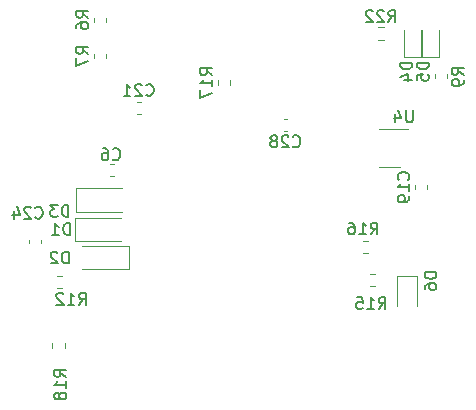
<source format=gbr>
G04 #@! TF.GenerationSoftware,KiCad,Pcbnew,5.1.8-1.fc33*
G04 #@! TF.CreationDate,2021-08-02T18:18:17+02:00*
G04 #@! TF.ProjectId,sense,73656e73-652e-46b6-9963-61645f706362,rev?*
G04 #@! TF.SameCoordinates,Original*
G04 #@! TF.FileFunction,Legend,Bot*
G04 #@! TF.FilePolarity,Positive*
%FSLAX46Y46*%
G04 Gerber Fmt 4.6, Leading zero omitted, Abs format (unit mm)*
G04 Created by KiCad (PCBNEW 5.1.8-1.fc33) date 2021-08-02 18:18:17*
%MOMM*%
%LPD*%
G01*
G04 APERTURE LIST*
%ADD10C,0.120000*%
%ADD11C,0.150000*%
G04 APERTURE END LIST*
D10*
X148887221Y-118590000D02*
X149212779Y-118590000D01*
X148887221Y-117570000D02*
X149212779Y-117570000D01*
X145940000Y-124070000D02*
X145940000Y-122070000D01*
X145940000Y-122070000D02*
X149840000Y-122070000D01*
X145940000Y-124070000D02*
X149840000Y-124070000D01*
X150440000Y-124450000D02*
X146540000Y-124450000D01*
X150440000Y-126450000D02*
X146540000Y-126450000D01*
X150440000Y-124450000D02*
X150440000Y-126450000D01*
X145950000Y-121560000D02*
X145950000Y-119560000D01*
X145950000Y-119560000D02*
X149850000Y-119560000D01*
X145950000Y-121560000D02*
X149850000Y-121560000D01*
X148510000Y-105157221D02*
X148510000Y-105482779D01*
X147490000Y-105157221D02*
X147490000Y-105482779D01*
X147490000Y-108217221D02*
X147490000Y-108542779D01*
X148510000Y-108217221D02*
X148510000Y-108542779D01*
X177370000Y-109957221D02*
X177370000Y-110282779D01*
X176350000Y-109957221D02*
X176350000Y-110282779D01*
X174690000Y-119337221D02*
X174690000Y-119662779D01*
X175710000Y-119337221D02*
X175710000Y-119662779D01*
X176735000Y-106200000D02*
X176735000Y-108485000D01*
X176735000Y-108485000D02*
X175265000Y-108485000D01*
X175265000Y-108485000D02*
X175265000Y-106200000D01*
X151452779Y-112250000D02*
X151127221Y-112250000D01*
X151452779Y-113270000D02*
X151127221Y-113270000D01*
X163570040Y-114749040D02*
X163851200Y-114749040D01*
X163570040Y-113729040D02*
X163851200Y-113729040D01*
X173132380Y-127041780D02*
X174832380Y-127041780D01*
X174832380Y-127041780D02*
X174832380Y-129591780D01*
X173132380Y-127041780D02*
X173132380Y-129591780D01*
X171316418Y-127885720D02*
X170841902Y-127885720D01*
X171316418Y-126840720D02*
X170841902Y-126840720D01*
X170257702Y-125081560D02*
X170732218Y-125081560D01*
X170257702Y-124036560D02*
X170732218Y-124036560D01*
X157973500Y-110415302D02*
X157973500Y-110889818D01*
X159018500Y-110415302D02*
X159018500Y-110889818D01*
X173409180Y-117787060D02*
X171609180Y-117787060D01*
X171609180Y-114567060D02*
X174059180Y-114567060D01*
X144837258Y-128022500D02*
X144362742Y-128022500D01*
X144837258Y-126977500D02*
X144362742Y-126977500D01*
X143977500Y-133137258D02*
X143977500Y-132662742D01*
X145022500Y-133137258D02*
X145022500Y-132662742D01*
X143010000Y-124240580D02*
X143010000Y-123959420D01*
X141990000Y-124240580D02*
X141990000Y-123959420D01*
X175235000Y-106200000D02*
X175235000Y-108485000D01*
X175235000Y-108485000D02*
X173765000Y-108485000D01*
X173765000Y-108485000D02*
X173765000Y-106200000D01*
X172037258Y-105977500D02*
X171562742Y-105977500D01*
X172037258Y-107022500D02*
X171562742Y-107022500D01*
D11*
X149116666Y-117117142D02*
X149164285Y-117164761D01*
X149307142Y-117212380D01*
X149402380Y-117212380D01*
X149545238Y-117164761D01*
X149640476Y-117069523D01*
X149688095Y-116974285D01*
X149735714Y-116783809D01*
X149735714Y-116640952D01*
X149688095Y-116450476D01*
X149640476Y-116355238D01*
X149545238Y-116260000D01*
X149402380Y-116212380D01*
X149307142Y-116212380D01*
X149164285Y-116260000D01*
X149116666Y-116307619D01*
X148259523Y-116212380D02*
X148450000Y-116212380D01*
X148545238Y-116260000D01*
X148592857Y-116307619D01*
X148688095Y-116450476D01*
X148735714Y-116640952D01*
X148735714Y-117021904D01*
X148688095Y-117117142D01*
X148640476Y-117164761D01*
X148545238Y-117212380D01*
X148354761Y-117212380D01*
X148259523Y-117164761D01*
X148211904Y-117117142D01*
X148164285Y-117021904D01*
X148164285Y-116783809D01*
X148211904Y-116688571D01*
X148259523Y-116640952D01*
X148354761Y-116593333D01*
X148545238Y-116593333D01*
X148640476Y-116640952D01*
X148688095Y-116688571D01*
X148735714Y-116783809D01*
X145468095Y-123552380D02*
X145468095Y-122552380D01*
X145230000Y-122552380D01*
X145087142Y-122600000D01*
X144991904Y-122695238D01*
X144944285Y-122790476D01*
X144896666Y-122980952D01*
X144896666Y-123123809D01*
X144944285Y-123314285D01*
X144991904Y-123409523D01*
X145087142Y-123504761D01*
X145230000Y-123552380D01*
X145468095Y-123552380D01*
X143944285Y-123552380D02*
X144515714Y-123552380D01*
X144230000Y-123552380D02*
X144230000Y-122552380D01*
X144325238Y-122695238D01*
X144420476Y-122790476D01*
X144515714Y-122838095D01*
X145368095Y-125952380D02*
X145368095Y-124952380D01*
X145130000Y-124952380D01*
X144987142Y-125000000D01*
X144891904Y-125095238D01*
X144844285Y-125190476D01*
X144796666Y-125380952D01*
X144796666Y-125523809D01*
X144844285Y-125714285D01*
X144891904Y-125809523D01*
X144987142Y-125904761D01*
X145130000Y-125952380D01*
X145368095Y-125952380D01*
X144415714Y-125047619D02*
X144368095Y-125000000D01*
X144272857Y-124952380D01*
X144034761Y-124952380D01*
X143939523Y-125000000D01*
X143891904Y-125047619D01*
X143844285Y-125142857D01*
X143844285Y-125238095D01*
X143891904Y-125380952D01*
X144463333Y-125952380D01*
X143844285Y-125952380D01*
X145348095Y-121992380D02*
X145348095Y-120992380D01*
X145110000Y-120992380D01*
X144967142Y-121040000D01*
X144871904Y-121135238D01*
X144824285Y-121230476D01*
X144776666Y-121420952D01*
X144776666Y-121563809D01*
X144824285Y-121754285D01*
X144871904Y-121849523D01*
X144967142Y-121944761D01*
X145110000Y-121992380D01*
X145348095Y-121992380D01*
X144443333Y-120992380D02*
X143824285Y-120992380D01*
X144157619Y-121373333D01*
X144014761Y-121373333D01*
X143919523Y-121420952D01*
X143871904Y-121468571D01*
X143824285Y-121563809D01*
X143824285Y-121801904D01*
X143871904Y-121897142D01*
X143919523Y-121944761D01*
X144014761Y-121992380D01*
X144300476Y-121992380D01*
X144395714Y-121944761D01*
X144443333Y-121897142D01*
X147022380Y-105153333D02*
X146546190Y-104820000D01*
X147022380Y-104581904D02*
X146022380Y-104581904D01*
X146022380Y-104962857D01*
X146070000Y-105058095D01*
X146117619Y-105105714D01*
X146212857Y-105153333D01*
X146355714Y-105153333D01*
X146450952Y-105105714D01*
X146498571Y-105058095D01*
X146546190Y-104962857D01*
X146546190Y-104581904D01*
X146022380Y-106010476D02*
X146022380Y-105820000D01*
X146070000Y-105724761D01*
X146117619Y-105677142D01*
X146260476Y-105581904D01*
X146450952Y-105534285D01*
X146831904Y-105534285D01*
X146927142Y-105581904D01*
X146974761Y-105629523D01*
X147022380Y-105724761D01*
X147022380Y-105915238D01*
X146974761Y-106010476D01*
X146927142Y-106058095D01*
X146831904Y-106105714D01*
X146593809Y-106105714D01*
X146498571Y-106058095D01*
X146450952Y-106010476D01*
X146403333Y-105915238D01*
X146403333Y-105724761D01*
X146450952Y-105629523D01*
X146498571Y-105581904D01*
X146593809Y-105534285D01*
X147022380Y-108213333D02*
X146546190Y-107880000D01*
X147022380Y-107641904D02*
X146022380Y-107641904D01*
X146022380Y-108022857D01*
X146070000Y-108118095D01*
X146117619Y-108165714D01*
X146212857Y-108213333D01*
X146355714Y-108213333D01*
X146450952Y-108165714D01*
X146498571Y-108118095D01*
X146546190Y-108022857D01*
X146546190Y-107641904D01*
X146022380Y-108546666D02*
X146022380Y-109213333D01*
X147022380Y-108784761D01*
X178812380Y-109983333D02*
X178336190Y-109650000D01*
X178812380Y-109411904D02*
X177812380Y-109411904D01*
X177812380Y-109792857D01*
X177860000Y-109888095D01*
X177907619Y-109935714D01*
X178002857Y-109983333D01*
X178145714Y-109983333D01*
X178240952Y-109935714D01*
X178288571Y-109888095D01*
X178336190Y-109792857D01*
X178336190Y-109411904D01*
X178812380Y-110459523D02*
X178812380Y-110650000D01*
X178764761Y-110745238D01*
X178717142Y-110792857D01*
X178574285Y-110888095D01*
X178383809Y-110935714D01*
X178002857Y-110935714D01*
X177907619Y-110888095D01*
X177860000Y-110840476D01*
X177812380Y-110745238D01*
X177812380Y-110554761D01*
X177860000Y-110459523D01*
X177907619Y-110411904D01*
X178002857Y-110364285D01*
X178240952Y-110364285D01*
X178336190Y-110411904D01*
X178383809Y-110459523D01*
X178431428Y-110554761D01*
X178431428Y-110745238D01*
X178383809Y-110840476D01*
X178336190Y-110888095D01*
X178240952Y-110935714D01*
X174127142Y-118857142D02*
X174174761Y-118809523D01*
X174222380Y-118666666D01*
X174222380Y-118571428D01*
X174174761Y-118428571D01*
X174079523Y-118333333D01*
X173984285Y-118285714D01*
X173793809Y-118238095D01*
X173650952Y-118238095D01*
X173460476Y-118285714D01*
X173365238Y-118333333D01*
X173270000Y-118428571D01*
X173222380Y-118571428D01*
X173222380Y-118666666D01*
X173270000Y-118809523D01*
X173317619Y-118857142D01*
X174222380Y-119809523D02*
X174222380Y-119238095D01*
X174222380Y-119523809D02*
X173222380Y-119523809D01*
X173365238Y-119428571D01*
X173460476Y-119333333D01*
X173508095Y-119238095D01*
X174222380Y-120285714D02*
X174222380Y-120476190D01*
X174174761Y-120571428D01*
X174127142Y-120619047D01*
X173984285Y-120714285D01*
X173793809Y-120761904D01*
X173412857Y-120761904D01*
X173317619Y-120714285D01*
X173270000Y-120666666D01*
X173222380Y-120571428D01*
X173222380Y-120380952D01*
X173270000Y-120285714D01*
X173317619Y-120238095D01*
X173412857Y-120190476D01*
X173650952Y-120190476D01*
X173746190Y-120238095D01*
X173793809Y-120285714D01*
X173841428Y-120380952D01*
X173841428Y-120571428D01*
X173793809Y-120666666D01*
X173746190Y-120714285D01*
X173650952Y-120761904D01*
X175852380Y-108961904D02*
X174852380Y-108961904D01*
X174852380Y-109200000D01*
X174900000Y-109342857D01*
X174995238Y-109438095D01*
X175090476Y-109485714D01*
X175280952Y-109533333D01*
X175423809Y-109533333D01*
X175614285Y-109485714D01*
X175709523Y-109438095D01*
X175804761Y-109342857D01*
X175852380Y-109200000D01*
X175852380Y-108961904D01*
X174852380Y-110438095D02*
X174852380Y-109961904D01*
X175328571Y-109914285D01*
X175280952Y-109961904D01*
X175233333Y-110057142D01*
X175233333Y-110295238D01*
X175280952Y-110390476D01*
X175328571Y-110438095D01*
X175423809Y-110485714D01*
X175661904Y-110485714D01*
X175757142Y-110438095D01*
X175804761Y-110390476D01*
X175852380Y-110295238D01*
X175852380Y-110057142D01*
X175804761Y-109961904D01*
X175757142Y-109914285D01*
X151932857Y-111687142D02*
X151980476Y-111734761D01*
X152123333Y-111782380D01*
X152218571Y-111782380D01*
X152361428Y-111734761D01*
X152456666Y-111639523D01*
X152504285Y-111544285D01*
X152551904Y-111353809D01*
X152551904Y-111210952D01*
X152504285Y-111020476D01*
X152456666Y-110925238D01*
X152361428Y-110830000D01*
X152218571Y-110782380D01*
X152123333Y-110782380D01*
X151980476Y-110830000D01*
X151932857Y-110877619D01*
X151551904Y-110877619D02*
X151504285Y-110830000D01*
X151409047Y-110782380D01*
X151170952Y-110782380D01*
X151075714Y-110830000D01*
X151028095Y-110877619D01*
X150980476Y-110972857D01*
X150980476Y-111068095D01*
X151028095Y-111210952D01*
X151599523Y-111782380D01*
X150980476Y-111782380D01*
X150028095Y-111782380D02*
X150599523Y-111782380D01*
X150313809Y-111782380D02*
X150313809Y-110782380D01*
X150409047Y-110925238D01*
X150504285Y-111020476D01*
X150599523Y-111068095D01*
X164353477Y-116026182D02*
X164401096Y-116073801D01*
X164543953Y-116121420D01*
X164639191Y-116121420D01*
X164782048Y-116073801D01*
X164877286Y-115978563D01*
X164924905Y-115883325D01*
X164972524Y-115692849D01*
X164972524Y-115549992D01*
X164924905Y-115359516D01*
X164877286Y-115264278D01*
X164782048Y-115169040D01*
X164639191Y-115121420D01*
X164543953Y-115121420D01*
X164401096Y-115169040D01*
X164353477Y-115216659D01*
X163972524Y-115216659D02*
X163924905Y-115169040D01*
X163829667Y-115121420D01*
X163591572Y-115121420D01*
X163496334Y-115169040D01*
X163448715Y-115216659D01*
X163401096Y-115311897D01*
X163401096Y-115407135D01*
X163448715Y-115549992D01*
X164020143Y-116121420D01*
X163401096Y-116121420D01*
X162829667Y-115549992D02*
X162924905Y-115502373D01*
X162972524Y-115454754D01*
X163020143Y-115359516D01*
X163020143Y-115311897D01*
X162972524Y-115216659D01*
X162924905Y-115169040D01*
X162829667Y-115121420D01*
X162639191Y-115121420D01*
X162543953Y-115169040D01*
X162496334Y-115216659D01*
X162448715Y-115311897D01*
X162448715Y-115359516D01*
X162496334Y-115454754D01*
X162543953Y-115502373D01*
X162639191Y-115549992D01*
X162829667Y-115549992D01*
X162924905Y-115597611D01*
X162972524Y-115645230D01*
X163020143Y-115740468D01*
X163020143Y-115930944D01*
X162972524Y-116026182D01*
X162924905Y-116073801D01*
X162829667Y-116121420D01*
X162639191Y-116121420D01*
X162543953Y-116073801D01*
X162496334Y-116026182D01*
X162448715Y-115930944D01*
X162448715Y-115740468D01*
X162496334Y-115645230D01*
X162543953Y-115597611D01*
X162639191Y-115549992D01*
X176512480Y-126686084D02*
X175512480Y-126686084D01*
X175512480Y-126924180D01*
X175560100Y-127067037D01*
X175655338Y-127162275D01*
X175750576Y-127209894D01*
X175941052Y-127257513D01*
X176083909Y-127257513D01*
X176274385Y-127209894D01*
X176369623Y-127162275D01*
X176464861Y-127067037D01*
X176512480Y-126924180D01*
X176512480Y-126686084D01*
X175512480Y-128114656D02*
X175512480Y-127924180D01*
X175560100Y-127828941D01*
X175607719Y-127781322D01*
X175750576Y-127686084D01*
X175941052Y-127638465D01*
X176322004Y-127638465D01*
X176417242Y-127686084D01*
X176464861Y-127733703D01*
X176512480Y-127828941D01*
X176512480Y-128019418D01*
X176464861Y-128114656D01*
X176417242Y-128162275D01*
X176322004Y-128209894D01*
X176083909Y-128209894D01*
X175988671Y-128162275D01*
X175941052Y-128114656D01*
X175893433Y-128019418D01*
X175893433Y-127828941D01*
X175941052Y-127733703D01*
X175988671Y-127686084D01*
X176083909Y-127638465D01*
X171617877Y-129806960D02*
X171951210Y-129330770D01*
X172189305Y-129806960D02*
X172189305Y-128806960D01*
X171808353Y-128806960D01*
X171713115Y-128854580D01*
X171665496Y-128902199D01*
X171617877Y-128997437D01*
X171617877Y-129140294D01*
X171665496Y-129235532D01*
X171713115Y-129283151D01*
X171808353Y-129330770D01*
X172189305Y-129330770D01*
X170665496Y-129806960D02*
X171236924Y-129806960D01*
X170951210Y-129806960D02*
X170951210Y-128806960D01*
X171046448Y-128949818D01*
X171141686Y-129045056D01*
X171236924Y-129092675D01*
X169760734Y-128806960D02*
X170236924Y-128806960D01*
X170284543Y-129283151D01*
X170236924Y-129235532D01*
X170141686Y-129187913D01*
X169903591Y-129187913D01*
X169808353Y-129235532D01*
X169760734Y-129283151D01*
X169713115Y-129378389D01*
X169713115Y-129616484D01*
X169760734Y-129711722D01*
X169808353Y-129759341D01*
X169903591Y-129806960D01*
X170141686Y-129806960D01*
X170236924Y-129759341D01*
X170284543Y-129711722D01*
X170934617Y-123502680D02*
X171267950Y-123026490D01*
X171506045Y-123502680D02*
X171506045Y-122502680D01*
X171125093Y-122502680D01*
X171029855Y-122550300D01*
X170982236Y-122597919D01*
X170934617Y-122693157D01*
X170934617Y-122836014D01*
X170982236Y-122931252D01*
X171029855Y-122978871D01*
X171125093Y-123026490D01*
X171506045Y-123026490D01*
X169982236Y-123502680D02*
X170553664Y-123502680D01*
X170267950Y-123502680D02*
X170267950Y-122502680D01*
X170363188Y-122645538D01*
X170458426Y-122740776D01*
X170553664Y-122788395D01*
X169125093Y-122502680D02*
X169315569Y-122502680D01*
X169410807Y-122550300D01*
X169458426Y-122597919D01*
X169553664Y-122740776D01*
X169601283Y-122931252D01*
X169601283Y-123312204D01*
X169553664Y-123407442D01*
X169506045Y-123455061D01*
X169410807Y-123502680D01*
X169220331Y-123502680D01*
X169125093Y-123455061D01*
X169077474Y-123407442D01*
X169029855Y-123312204D01*
X169029855Y-123074109D01*
X169077474Y-122978871D01*
X169125093Y-122931252D01*
X169220331Y-122883633D01*
X169410807Y-122883633D01*
X169506045Y-122931252D01*
X169553664Y-122978871D01*
X169601283Y-123074109D01*
X157518380Y-110009702D02*
X157042190Y-109676369D01*
X157518380Y-109438274D02*
X156518380Y-109438274D01*
X156518380Y-109819226D01*
X156566000Y-109914464D01*
X156613619Y-109962083D01*
X156708857Y-110009702D01*
X156851714Y-110009702D01*
X156946952Y-109962083D01*
X156994571Y-109914464D01*
X157042190Y-109819226D01*
X157042190Y-109438274D01*
X157518380Y-110962083D02*
X157518380Y-110390655D01*
X157518380Y-110676369D02*
X156518380Y-110676369D01*
X156661238Y-110581131D01*
X156756476Y-110485893D01*
X156804095Y-110390655D01*
X156518380Y-111295417D02*
X156518380Y-111962083D01*
X157518380Y-111533512D01*
X174497904Y-113003080D02*
X174497904Y-113812604D01*
X174450285Y-113907842D01*
X174402666Y-113955461D01*
X174307428Y-114003080D01*
X174116952Y-114003080D01*
X174021714Y-113955461D01*
X173974095Y-113907842D01*
X173926476Y-113812604D01*
X173926476Y-113003080D01*
X173021714Y-113336414D02*
X173021714Y-114003080D01*
X173259809Y-112955461D02*
X173497904Y-113669747D01*
X172878857Y-113669747D01*
X146242857Y-129452380D02*
X146576190Y-128976190D01*
X146814285Y-129452380D02*
X146814285Y-128452380D01*
X146433333Y-128452380D01*
X146338095Y-128500000D01*
X146290476Y-128547619D01*
X146242857Y-128642857D01*
X146242857Y-128785714D01*
X146290476Y-128880952D01*
X146338095Y-128928571D01*
X146433333Y-128976190D01*
X146814285Y-128976190D01*
X145290476Y-129452380D02*
X145861904Y-129452380D01*
X145576190Y-129452380D02*
X145576190Y-128452380D01*
X145671428Y-128595238D01*
X145766666Y-128690476D01*
X145861904Y-128738095D01*
X144909523Y-128547619D02*
X144861904Y-128500000D01*
X144766666Y-128452380D01*
X144528571Y-128452380D01*
X144433333Y-128500000D01*
X144385714Y-128547619D01*
X144338095Y-128642857D01*
X144338095Y-128738095D01*
X144385714Y-128880952D01*
X144957142Y-129452380D01*
X144338095Y-129452380D01*
X145152380Y-135557142D02*
X144676190Y-135223809D01*
X145152380Y-134985714D02*
X144152380Y-134985714D01*
X144152380Y-135366666D01*
X144200000Y-135461904D01*
X144247619Y-135509523D01*
X144342857Y-135557142D01*
X144485714Y-135557142D01*
X144580952Y-135509523D01*
X144628571Y-135461904D01*
X144676190Y-135366666D01*
X144676190Y-134985714D01*
X145152380Y-136509523D02*
X145152380Y-135938095D01*
X145152380Y-136223809D02*
X144152380Y-136223809D01*
X144295238Y-136128571D01*
X144390476Y-136033333D01*
X144438095Y-135938095D01*
X144580952Y-137080952D02*
X144533333Y-136985714D01*
X144485714Y-136938095D01*
X144390476Y-136890476D01*
X144342857Y-136890476D01*
X144247619Y-136938095D01*
X144200000Y-136985714D01*
X144152380Y-137080952D01*
X144152380Y-137271428D01*
X144200000Y-137366666D01*
X144247619Y-137414285D01*
X144342857Y-137461904D01*
X144390476Y-137461904D01*
X144485714Y-137414285D01*
X144533333Y-137366666D01*
X144580952Y-137271428D01*
X144580952Y-137080952D01*
X144628571Y-136985714D01*
X144676190Y-136938095D01*
X144771428Y-136890476D01*
X144961904Y-136890476D01*
X145057142Y-136938095D01*
X145104761Y-136985714D01*
X145152380Y-137080952D01*
X145152380Y-137271428D01*
X145104761Y-137366666D01*
X145057142Y-137414285D01*
X144961904Y-137461904D01*
X144771428Y-137461904D01*
X144676190Y-137414285D01*
X144628571Y-137366666D01*
X144580952Y-137271428D01*
X142542857Y-122057142D02*
X142590476Y-122104761D01*
X142733333Y-122152380D01*
X142828571Y-122152380D01*
X142971428Y-122104761D01*
X143066666Y-122009523D01*
X143114285Y-121914285D01*
X143161904Y-121723809D01*
X143161904Y-121580952D01*
X143114285Y-121390476D01*
X143066666Y-121295238D01*
X142971428Y-121200000D01*
X142828571Y-121152380D01*
X142733333Y-121152380D01*
X142590476Y-121200000D01*
X142542857Y-121247619D01*
X142161904Y-121247619D02*
X142114285Y-121200000D01*
X142019047Y-121152380D01*
X141780952Y-121152380D01*
X141685714Y-121200000D01*
X141638095Y-121247619D01*
X141590476Y-121342857D01*
X141590476Y-121438095D01*
X141638095Y-121580952D01*
X142209523Y-122152380D01*
X141590476Y-122152380D01*
X140733333Y-121485714D02*
X140733333Y-122152380D01*
X140971428Y-121104761D02*
X141209523Y-121819047D01*
X140590476Y-121819047D01*
X174452380Y-108961904D02*
X173452380Y-108961904D01*
X173452380Y-109200000D01*
X173500000Y-109342857D01*
X173595238Y-109438095D01*
X173690476Y-109485714D01*
X173880952Y-109533333D01*
X174023809Y-109533333D01*
X174214285Y-109485714D01*
X174309523Y-109438095D01*
X174404761Y-109342857D01*
X174452380Y-109200000D01*
X174452380Y-108961904D01*
X173785714Y-110390476D02*
X174452380Y-110390476D01*
X173404761Y-110152380D02*
X174119047Y-109914285D01*
X174119047Y-110533333D01*
X172442857Y-105522380D02*
X172776190Y-105046190D01*
X173014285Y-105522380D02*
X173014285Y-104522380D01*
X172633333Y-104522380D01*
X172538095Y-104570000D01*
X172490476Y-104617619D01*
X172442857Y-104712857D01*
X172442857Y-104855714D01*
X172490476Y-104950952D01*
X172538095Y-104998571D01*
X172633333Y-105046190D01*
X173014285Y-105046190D01*
X172061904Y-104617619D02*
X172014285Y-104570000D01*
X171919047Y-104522380D01*
X171680952Y-104522380D01*
X171585714Y-104570000D01*
X171538095Y-104617619D01*
X171490476Y-104712857D01*
X171490476Y-104808095D01*
X171538095Y-104950952D01*
X172109523Y-105522380D01*
X171490476Y-105522380D01*
X171109523Y-104617619D02*
X171061904Y-104570000D01*
X170966666Y-104522380D01*
X170728571Y-104522380D01*
X170633333Y-104570000D01*
X170585714Y-104617619D01*
X170538095Y-104712857D01*
X170538095Y-104808095D01*
X170585714Y-104950952D01*
X171157142Y-105522380D01*
X170538095Y-105522380D01*
M02*

</source>
